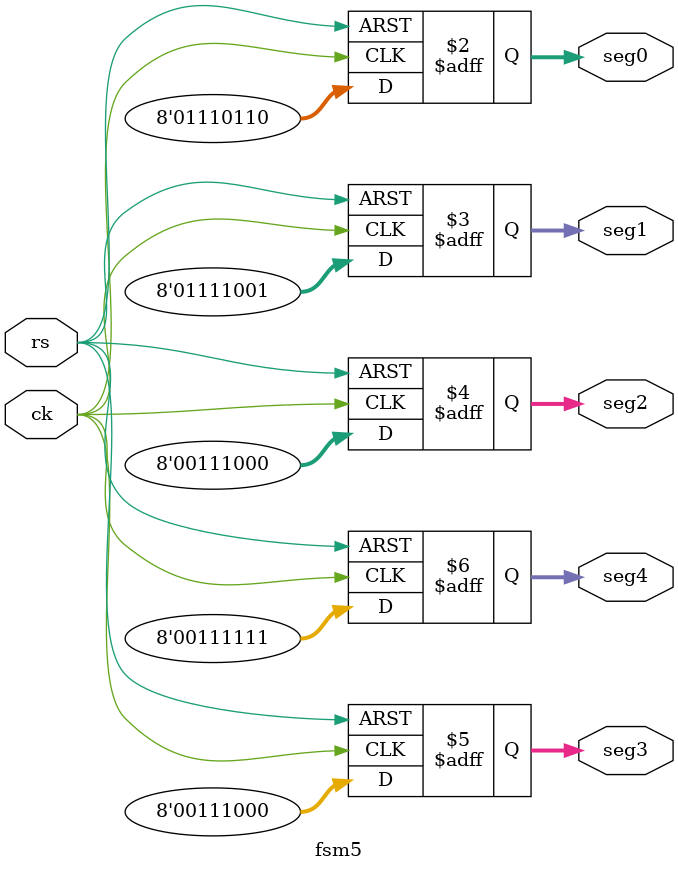
<source format=v>
module fsm5(
	input ck, rs,
	output reg [7:0] seg0, seg1, seg2, seg3, seg4
);

always @ (posedge ck or posedge rs) begin
	if (rs) begin
		seg0 = 8'h00;
		seg1 = 8'h00;
		seg2 = 8'h00;
		seg3 = 8'h00;
		seg4 = 8'h00;
	end else begin
		seg0 = 8'h76; // H
		seg1 = 8'h79; // E
		seg2 = 8'h38; // L
		seg3 = 8'h38; // L
		seg4 = 8'h3f; // O
	end
end

endmodule
</source>
